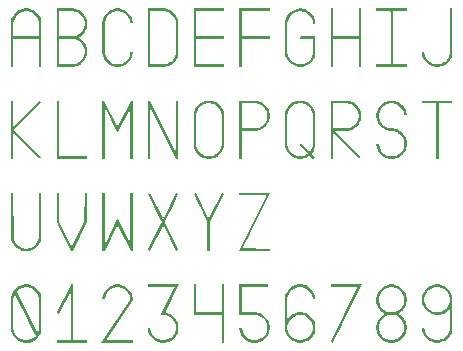
<source format=gbr>
%TF.GenerationSoftware,Novarm,DipTrace,4.3.0.6*%
%TF.CreationDate,2025-06-06T17:38:16+00:00*%
%FSLAX35Y35*%
%MOMM*%
%TF.FileFunction,Drawing,Top*%
%TF.Part,Single*%
G75*
G01*
%LPD*%
G36*
X117727Y2946776D2*
X87727Y2916776D1*
X81061Y2906776D1*
X74394Y2893443D1*
X67727Y2873443D1*
X64394Y2856776D1*
Y2476776D1*
X84394D1*
Y2710110D1*
X156616Y2713443D1*
X228839D1*
X301061Y2710110D1*
Y2476776D1*
X321061D1*
Y2863443D1*
X317727Y2876776D1*
X314394Y2886776D1*
X301061Y2913443D1*
X287727Y2930110D1*
X284394Y2933443D1*
X267727Y2946776D1*
X257727Y2953443D1*
X244394Y2960110D1*
X224394Y2966776D1*
X204394Y2970110D1*
X181061D1*
X161061Y2966776D1*
X141061Y2960110D1*
X127727Y2953443D1*
X117727Y2946776D1*
X181061D1*
X188839Y2950110D1*
X196616D1*
X204394Y2946776D1*
X224394Y2943443D1*
X234394Y2940110D1*
X254394Y2930110D1*
X284394Y2900110D1*
Y2896776D1*
X291061Y2883443D1*
X294394Y2873443D1*
X297727Y2860110D1*
X301061Y2856776D1*
Y2736776D1*
X228839Y2733443D1*
X156616D1*
X84394Y2736776D1*
Y2856776D1*
X87727Y2860110D1*
X91061Y2873443D1*
X94394Y2883443D1*
X97727Y2890110D1*
X104394Y2900110D1*
Y2903443D1*
X127727Y2926776D1*
X134394Y2930110D1*
X137727Y2933443D1*
X151061Y2940110D1*
X161061Y2943443D1*
X181061Y2946776D1*
X117727D1*
G37*
G36*
X451061Y2710110D2*
Y2476776D1*
X597727D1*
X614394Y2480110D1*
X624394Y2483443D1*
X644394Y2493443D1*
X654394Y2500110D1*
X684394Y2530110D1*
X691061Y2540110D1*
X701061Y2560110D1*
X704394Y2573443D1*
X707727Y2590110D1*
Y2620110D1*
X704394Y2636776D1*
X697727Y2656776D1*
X687727Y2676776D1*
X654394Y2710110D1*
X644394Y2716776D1*
X637727Y2720110D1*
X634394Y2723443D1*
X641061Y2726776D1*
X661061Y2740110D1*
X681061Y2760110D1*
X687727Y2770110D1*
X701061Y2796776D1*
X704394Y2806776D1*
X707727Y2826776D1*
Y2856776D1*
X704394Y2873443D1*
X697727Y2893443D1*
X691061Y2906776D1*
X684394Y2916776D1*
X654394Y2946776D1*
X644394Y2953443D1*
X631061Y2960110D1*
X611061Y2966776D1*
X591061Y2970110D1*
X451061D1*
Y2946776D1*
X471061D1*
X511061Y2950110D1*
X551061D1*
X591061Y2946776D1*
X611061Y2943443D1*
X621061Y2940110D1*
X641061Y2930110D1*
X671061Y2900110D1*
Y2896776D1*
X681061Y2876776D1*
X684394Y2863443D1*
X687727Y2860110D1*
Y2823443D1*
X684394Y2820110D1*
X681061Y2806776D1*
X677727Y2796776D1*
X674394Y2790110D1*
X667727Y2780110D1*
Y2776776D1*
X647727Y2756776D1*
X641061Y2753443D1*
X637727Y2750110D1*
X617727Y2740110D1*
X604394Y2736776D1*
X559950Y2733443D1*
X515505D1*
X471061Y2736776D1*
Y2946776D1*
X451061D1*
Y2710110D1*
X471061D1*
X514394Y2713443D1*
X557727D1*
X601061Y2710110D1*
X614394Y2706776D1*
X624394Y2703443D1*
X631061Y2700110D1*
X634394Y2696776D1*
X644394Y2690110D1*
X651061Y2686776D1*
X664394Y2673443D1*
Y2670110D1*
X674394Y2656776D1*
X677727Y2650110D1*
X681061Y2640110D1*
X684394Y2626776D1*
X687727Y2623443D1*
Y2586776D1*
X684394Y2583443D1*
X681061Y2570110D1*
X677727Y2560110D1*
X674394Y2553443D1*
X664394Y2540110D1*
Y2536776D1*
X651061Y2523443D1*
X644394Y2520110D1*
X634394Y2513443D1*
X614394Y2503443D1*
X597727Y2500110D1*
X555505Y2496776D1*
X513283D1*
X471061Y2500110D1*
Y2710110D1*
X451061D1*
G37*
G36*
X954394Y2970110D2*
X934394Y2966776D1*
X914394Y2960110D1*
X907727Y2956776D1*
X887727Y2943443D1*
X864394Y2920110D1*
X851061Y2900110D1*
X847727Y2893443D1*
X841061Y2873443D1*
X837727Y2856776D1*
Y2590110D1*
X841061Y2573443D1*
X847727Y2553443D1*
X854394Y2540110D1*
X861061Y2530110D1*
X891061Y2500110D1*
X901061Y2493443D1*
X921061Y2483443D1*
X931061Y2480110D1*
X947727Y2476776D1*
X984394D1*
X1001061Y2480110D1*
X1011061Y2483443D1*
X1031061Y2493443D1*
X1041061Y2500110D1*
X1071061Y2530110D1*
X1077727Y2540110D1*
X1087727Y2560110D1*
X1091061Y2573443D1*
X1094394Y2590110D1*
Y2603443D1*
X1074394D1*
X1071061Y2583443D1*
X1067727Y2570110D1*
X1064394Y2560110D1*
X1061061Y2553443D1*
X1051061Y2540110D1*
Y2536776D1*
X1037727Y2523443D1*
X1031061Y2520110D1*
X1021061Y2513443D1*
X1001061Y2503443D1*
X984394Y2500110D1*
X972172Y2496776D1*
X959950D1*
X947727Y2500110D1*
X931061Y2503443D1*
X904394Y2516776D1*
X874394Y2546776D1*
Y2550110D1*
X864394Y2570110D1*
X861061Y2586776D1*
X857727Y2590110D1*
Y2856776D1*
X861061Y2860110D1*
X864394Y2873443D1*
X867727Y2883443D1*
X871061Y2890110D1*
X877727Y2900110D1*
Y2903443D1*
X901061Y2926776D1*
X907727Y2930110D1*
X911061Y2933443D1*
X924394Y2940110D1*
X934394Y2943443D1*
X954394Y2946776D1*
X962172Y2950110D1*
X969950D1*
X977727Y2946776D1*
X997727Y2943443D1*
X1007727Y2940110D1*
X1027727Y2930110D1*
X1057727Y2900110D1*
Y2896776D1*
X1067727Y2876776D1*
X1071061Y2863443D1*
X1074394Y2843443D1*
X1094394D1*
Y2856776D1*
X1091061Y2873443D1*
X1084394Y2893443D1*
X1077727Y2906776D1*
X1071061Y2916776D1*
X1041061Y2946776D1*
X1031061Y2953443D1*
X1017727Y2960110D1*
X997727Y2966776D1*
X977727Y2970110D1*
X954394D1*
G37*
G36*
X1224394Y2946776D2*
Y2476776D1*
X1371061D1*
X1387727Y2480110D1*
X1397727Y2483443D1*
X1417727Y2493443D1*
X1427727Y2500110D1*
X1457727Y2530110D1*
X1464394Y2540110D1*
X1474394Y2560110D1*
X1477727Y2573443D1*
X1481061Y2590110D1*
Y2856776D1*
X1477727Y2873443D1*
X1471061Y2893443D1*
X1464394Y2906776D1*
X1457727Y2916776D1*
X1427727Y2946776D1*
X1417727Y2953443D1*
X1404394Y2960110D1*
X1384394Y2966776D1*
X1364394Y2970110D1*
X1224394D1*
Y2946776D1*
X1244394D1*
X1284394Y2950110D1*
X1324394D1*
X1364394Y2946776D1*
X1384394Y2943443D1*
X1394394Y2940110D1*
X1414394Y2930110D1*
X1444394Y2900110D1*
Y2896776D1*
X1454394Y2876776D1*
X1457727Y2863443D1*
X1461061Y2860110D1*
Y2586776D1*
X1457727Y2583443D1*
X1454394Y2570110D1*
X1451061Y2560110D1*
X1447727Y2553443D1*
X1437727Y2540110D1*
Y2536776D1*
X1424394Y2523443D1*
X1417727Y2520110D1*
X1407727Y2513443D1*
X1387727Y2503443D1*
X1371061Y2500110D1*
X1328839Y2496776D1*
X1286616D1*
X1244394Y2500110D1*
Y2946776D1*
X1224394D1*
G37*
G36*
X1611061Y2970110D2*
Y2476776D1*
X1867727D1*
Y2496776D1*
X1631061Y2500110D1*
Y2710110D1*
X1867727Y2713443D1*
Y2733443D1*
X1631061Y2736776D1*
Y2946776D1*
X1867727Y2950110D1*
Y2970110D1*
X1611061D1*
G37*
G36*
X1997727D2*
Y2476776D1*
X2017727D1*
Y2710110D1*
X2254394Y2713443D1*
Y2733443D1*
X2017727Y2736776D1*
Y2946776D1*
X2254394Y2950110D1*
Y2970110D1*
X1997727D1*
G37*
G36*
X2511061D2*
X2484394Y2966776D1*
X2464394Y2960110D1*
X2444394Y2950110D1*
X2431061Y2940110D1*
X2411061Y2920110D1*
X2404394Y2910110D1*
X2391061Y2883443D1*
X2387727Y2873443D1*
X2384394Y2856776D1*
Y2586776D1*
X2387727Y2570110D1*
X2391061Y2560110D1*
X2401061Y2540110D1*
X2407727Y2530110D1*
X2441061Y2496776D1*
X2457727Y2486776D1*
X2477727Y2480110D1*
X2491061Y2476776D1*
X2537727D1*
X2551061Y2480110D1*
X2567727Y2486776D1*
X2574394Y2490110D1*
X2584394Y2496776D1*
X2601061Y2510110D1*
X2607727Y2516776D1*
X2621061Y2533443D1*
X2634394Y2560110D1*
X2637727Y2570110D1*
X2641061Y2590110D1*
Y2730110D1*
X2637727Y2733443D1*
X2517727D1*
X2514394Y2730110D1*
Y2713443D1*
X2621061Y2710110D1*
Y2586776D1*
X2617727Y2583443D1*
X2614394Y2570110D1*
X2611061Y2560110D1*
X2607727Y2553443D1*
X2601061Y2543443D1*
Y2540110D1*
X2581061Y2520110D1*
X2574394Y2516776D1*
X2571061Y2513443D1*
X2557727Y2506776D1*
X2537727Y2500110D1*
X2521061Y2496776D1*
X2504394D1*
X2487727Y2500110D1*
X2467727Y2506776D1*
X2454394Y2513443D1*
X2447727Y2520110D1*
X2441061Y2523443D1*
X2427727Y2536776D1*
Y2540110D1*
X2414394Y2560110D1*
X2411061Y2570110D1*
X2407727Y2586776D1*
X2404394Y2590110D1*
Y2856776D1*
X2407727Y2860110D1*
X2411061Y2873443D1*
X2414394Y2883443D1*
X2417727Y2890110D1*
X2424394Y2900110D1*
Y2903443D1*
X2444394Y2923443D1*
X2451061Y2926776D1*
X2454394Y2930110D1*
X2474394Y2940110D1*
X2484394Y2943443D1*
X2503283Y2946776D1*
X2522172D1*
X2541061Y2943443D1*
X2561061Y2936776D1*
X2567727Y2933443D1*
X2571061Y2930110D1*
X2577727Y2926776D1*
X2604394Y2900110D1*
Y2896776D1*
X2614394Y2876776D1*
X2617727Y2863443D1*
X2621061Y2840110D1*
X2637727D1*
X2641061Y2843443D1*
Y2856776D1*
X2637727Y2873443D1*
X2631061Y2893443D1*
X2627727Y2900110D1*
X2614394Y2920110D1*
X2591061Y2943443D1*
X2581061Y2950110D1*
X2554394Y2963443D1*
X2541061Y2966776D1*
X2514394Y2970110D1*
X2511061D1*
G37*
G36*
X2771061D2*
Y2476776D1*
X2791061D1*
Y2710110D1*
X2863283Y2713443D1*
X2935505D1*
X3007727Y2710110D1*
Y2476776D1*
X3027727D1*
Y2970110D1*
X3007727D1*
Y2736776D1*
X2935505Y2733443D1*
X2863283D1*
X2791061Y2736776D1*
Y2970110D1*
X2771061D1*
G37*
G36*
X3157727D2*
Y2950110D1*
X3274394Y2946776D1*
X3277727Y2943443D1*
Y2500110D1*
X3157727Y2496776D1*
Y2476776D1*
X3414394D1*
Y2496776D1*
X3297727Y2500110D1*
Y2946776D1*
X3414394Y2950110D1*
Y2970110D1*
X3157727D1*
G37*
G36*
X3781061D2*
Y2586776D1*
X3777727Y2583443D1*
X3774394Y2570110D1*
X3771061Y2560110D1*
X3767727Y2553443D1*
X3757727Y2540110D1*
Y2536776D1*
X3744394Y2523443D1*
X3737727Y2520110D1*
X3727727Y2513443D1*
X3707727Y2503443D1*
X3691061Y2500110D1*
X3678839Y2496776D1*
X3666616D1*
X3654394Y2500110D1*
X3637727Y2503443D1*
X3611061Y2516776D1*
X3581061Y2546776D1*
Y2550110D1*
X3571061Y2570110D1*
X3564394Y2603443D1*
X3544394D1*
Y2590110D1*
X3547727Y2573443D1*
X3554394Y2553443D1*
X3561061Y2540110D1*
X3567727Y2530110D1*
X3597727Y2500110D1*
X3607727Y2493443D1*
X3627727Y2483443D1*
X3637727Y2480110D1*
X3654394Y2476776D1*
X3691061D1*
X3707727Y2480110D1*
X3717727Y2483443D1*
X3737727Y2493443D1*
X3747727Y2500110D1*
X3777727Y2530110D1*
X3784394Y2540110D1*
X3794394Y2560110D1*
X3797727Y2573443D1*
X3801061Y2590110D1*
Y2970110D1*
X3781061D1*
G37*
G36*
X64394Y2190110D2*
Y1696776D1*
X84394D1*
Y1910110D1*
X87956Y1912335D1*
X91061Y1913443D1*
X304394Y1700110D1*
X307727D1*
X317727Y1710110D1*
Y1713443D1*
X91061Y1940110D1*
Y1943443D1*
X321061Y2173443D1*
X307727Y2186776D1*
X304394D1*
X91061Y1973443D1*
X87526Y1969823D1*
X85800Y1970364D1*
X84394Y1973443D1*
Y2190110D1*
X64394D1*
G37*
G36*
X451061D2*
Y1696776D1*
X707727D1*
Y1716776D1*
X471061Y1720110D1*
Y2190110D1*
X451061D1*
G37*
G36*
X837727D2*
Y1696776D1*
X857727D1*
Y2123443D1*
X860217Y2125584D1*
X861944Y2125389D1*
X864236Y2123111D1*
X866023Y2120045D1*
X964394Y1923443D1*
X967727Y1920110D1*
X1067727Y2120110D1*
X1068272Y2122688D1*
X1070316Y2125420D1*
X1071959Y2125342D1*
X1074394Y2123443D1*
Y1696776D1*
X1094394D1*
Y2190110D1*
X1077727D1*
X971061Y1976776D1*
X969848Y1972678D1*
X966300Y1969839D1*
X963282Y1970367D1*
X959950Y1974264D1*
X961061Y1976776D1*
X854394Y2190110D1*
X837727D1*
G37*
G36*
X1224394D2*
Y1696776D1*
X1244394D1*
Y2123443D1*
X1246884Y2125584D1*
X1248611Y2125389D1*
X1250903Y2123111D1*
X1252690Y2120045D1*
X1464394Y1696776D1*
X1481061D1*
Y2190110D1*
X1461061D1*
Y1760110D1*
X1457526Y1756489D1*
X1455809Y1757024D1*
X1453668Y1760694D1*
X1454394Y1763443D1*
X1241061Y2190110D1*
X1224394D1*
G37*
G36*
X1667727Y2166776D2*
X1661061Y2163443D1*
X1637727Y2140110D1*
X1624394Y2120110D1*
X1621061Y2113443D1*
X1614394Y2093443D1*
X1611061Y2076776D1*
Y1810110D1*
X1614394Y1793443D1*
X1621061Y1773443D1*
X1627727Y1760110D1*
X1634394Y1750110D1*
X1664394Y1720110D1*
X1674394Y1713443D1*
X1694394Y1703443D1*
X1704394Y1700110D1*
X1721061Y1696776D1*
X1757727D1*
X1774394Y1700110D1*
X1784394Y1703443D1*
X1804394Y1713443D1*
X1814394Y1720110D1*
X1844394Y1750110D1*
X1851061Y1760110D1*
X1861061Y1780110D1*
X1864394Y1793443D1*
X1867727Y1810110D1*
Y2076776D1*
X1864394Y2093443D1*
X1857727Y2113443D1*
X1851061Y2126776D1*
X1844394Y2136776D1*
X1814394Y2166776D1*
X1804394Y2173443D1*
X1791061Y2180110D1*
X1771061Y2186776D1*
X1751061Y2190110D1*
X1727727D1*
X1707727Y2186776D1*
X1687727Y2180110D1*
X1681061Y2176776D1*
X1671061Y2170110D1*
X1667727Y2166776D1*
X1727727D1*
X1735505Y2170110D1*
X1743283D1*
X1751061Y2166776D1*
X1771061Y2163443D1*
X1781061Y2160110D1*
X1801061Y2150110D1*
X1831061Y2120110D1*
Y2116776D1*
X1841061Y2096776D1*
X1844394Y2083443D1*
X1847727Y2080110D1*
Y1806776D1*
X1844394Y1803443D1*
X1841061Y1790110D1*
X1837727Y1780110D1*
X1834394Y1773443D1*
X1824394Y1760110D1*
Y1756776D1*
X1811061Y1743443D1*
X1804394Y1740110D1*
X1794394Y1733443D1*
X1774394Y1723443D1*
X1757727Y1720110D1*
X1745505Y1716776D1*
X1733283D1*
X1721061Y1720110D1*
X1704394Y1723443D1*
X1677727Y1736776D1*
X1647727Y1766776D1*
Y1770110D1*
X1637727Y1790110D1*
X1634394Y1806776D1*
X1631061Y1810110D1*
Y2076776D1*
X1634394Y2080110D1*
X1637727Y2093443D1*
X1641061Y2103443D1*
X1644394Y2110110D1*
X1651061Y2120110D1*
Y2123443D1*
X1674394Y2146776D1*
X1681061Y2150110D1*
X1684394Y2153443D1*
X1697727Y2160110D1*
X1707727Y2163443D1*
X1727727Y2166776D1*
X1667727D1*
G37*
G36*
X1997727D2*
Y1696776D1*
X2017727D1*
Y1930110D1*
X2151061Y1933443D1*
X2164394Y1936776D1*
X2174394Y1940110D1*
X2187727Y1946776D1*
X2197727Y1953443D1*
X2211061Y1963443D1*
X2224394Y1976776D1*
X2234394Y1990110D1*
X2247727Y2016776D1*
X2251061Y2026776D1*
X2254394Y2043443D1*
Y2076776D1*
X2251061Y2093443D1*
X2244394Y2113443D1*
X2237727Y2126776D1*
X2231061Y2136776D1*
X2201061Y2166776D1*
X2191061Y2173443D1*
X2177727Y2180110D1*
X2157727Y2186776D1*
X2137727Y2190110D1*
X1997727D1*
Y2166776D1*
X2017727D1*
X2057727Y2170110D1*
X2097727D1*
X2137727Y2166776D1*
X2157727Y2163443D1*
X2167727Y2160110D1*
X2187727Y2150110D1*
X2217727Y2120110D1*
Y2116776D1*
X2227727Y2096776D1*
X2231061Y2083443D1*
X2234394Y2080110D1*
Y2043443D1*
X2231061Y2040110D1*
X2227727Y2026776D1*
X2224394Y2016776D1*
X2221061Y2010110D1*
X2214394Y2000110D1*
Y1996776D1*
X2194394Y1976776D1*
X2187727Y1973443D1*
X2184394Y1970110D1*
X2164394Y1960110D1*
X2151061Y1956776D1*
X2106616Y1953443D1*
X2062172D1*
X2017727Y1956776D1*
Y2166776D1*
X1997727D1*
G37*
G36*
X2437727D2*
X2407727Y2136776D1*
X2401061Y2126776D1*
X2394394Y2113443D1*
X2387727Y2093443D1*
X2384394Y2076776D1*
Y1810110D1*
X2387727Y1793443D1*
X2391061Y1780110D1*
X2401061Y1760110D1*
X2407727Y1750110D1*
X2437727Y1720110D1*
X2447727Y1713443D1*
X2467727Y1703443D1*
X2477727Y1700110D1*
X2494394Y1696776D1*
X2531061D1*
X2544394Y1700110D1*
X2564394Y1706776D1*
X2571061Y1710110D1*
X2591061Y1723443D1*
X2593550Y1725584D1*
X2595278Y1725389D1*
X2597727Y1723443D1*
X2624394Y1696776D1*
X2637727Y1710110D1*
Y1713443D1*
X2611061Y1740110D1*
X2611709Y1742473D1*
X2614394Y1746776D1*
X2627727Y1766776D1*
X2631061Y1773443D1*
X2637727Y1793443D1*
X2641061Y1810110D1*
Y2076776D1*
X2637727Y2093443D1*
X2631061Y2113443D1*
X2624394Y2126776D1*
X2617727Y2136776D1*
X2587727Y2166776D1*
X2577727Y2173443D1*
X2564394Y2180110D1*
X2544394Y2186776D1*
X2524394Y2190110D1*
X2501061D1*
X2481061Y2186776D1*
X2461061Y2180110D1*
X2447727Y2173443D1*
X2437727Y2166776D1*
X2501061D1*
X2508839Y2170110D1*
X2516616D1*
X2524394Y2166776D1*
X2544394Y2163443D1*
X2554394Y2160110D1*
X2567727Y2153443D1*
X2571061Y2150110D1*
X2577727Y2146776D1*
X2601061Y2123443D1*
Y2120110D1*
X2607727Y2110110D1*
X2611061Y2103443D1*
X2614394Y2093443D1*
X2617727Y2080110D1*
X2621061Y2076776D1*
Y1810110D1*
X2617727Y1806776D1*
X2614394Y1793443D1*
X2611061Y1783443D1*
X2607727Y1776776D1*
X2601061Y1766776D1*
X2599380Y1763434D1*
X2597445Y1759953D1*
X2594188Y1756481D1*
X2592472Y1757030D1*
X2591061Y1760110D1*
X2521061Y1830110D1*
X2517727D1*
X2507727Y1816776D1*
Y1813443D1*
X2554394Y1766776D1*
X2561061Y1763443D1*
X2581061Y1743443D1*
X2574394Y1736776D1*
X2554394Y1726776D1*
X2544394Y1723443D1*
X2531061Y1720110D1*
X2518839Y1716776D1*
X2506616D1*
X2494394Y1720110D1*
X2471061Y1726776D1*
X2461061Y1730110D1*
X2457727Y1733443D1*
X2447727Y1740110D1*
X2441061Y1743443D1*
X2427727Y1756776D1*
Y1760110D1*
X2417727Y1773443D1*
X2414394Y1780110D1*
X2411061Y1790110D1*
X2407727Y1803443D1*
X2404394Y1806776D1*
Y2080110D1*
X2407727Y2083443D1*
X2411061Y2096776D1*
X2414394Y2106776D1*
X2421061Y2116776D1*
Y2120110D1*
X2451061Y2150110D1*
X2471061Y2160110D1*
X2481061Y2163443D1*
X2501061Y2166776D1*
X2437727D1*
G37*
G36*
X2771061D2*
Y1696776D1*
X2791061D1*
Y1910110D1*
X2794623Y1912335D1*
X2797727Y1913443D1*
X3011061Y1700110D1*
X3014394D1*
X3024394Y1710110D1*
Y1713443D1*
X2811061Y1926776D1*
Y1930110D1*
X2924394Y1933443D1*
X2937727Y1936776D1*
X2947727Y1940110D1*
X2961061Y1946776D1*
X2971061Y1953443D1*
X2984394Y1963443D1*
X2997727Y1976776D1*
X3007727Y1990110D1*
X3021061Y2016776D1*
X3024394Y2026776D1*
X3027727Y2043443D1*
Y2076776D1*
X3024394Y2093443D1*
X3017727Y2113443D1*
X3011061Y2126776D1*
X3004394Y2136776D1*
X2974394Y2166776D1*
X2964394Y2173443D1*
X2951061Y2180110D1*
X2931061Y2186776D1*
X2911061Y2190110D1*
X2771061D1*
Y2166776D1*
X2791061D1*
X2831061Y2170110D1*
X2871061D1*
X2911061Y2166776D1*
X2931061Y2163443D1*
X2941061Y2160110D1*
X2961061Y2150110D1*
X2991061Y2120110D1*
Y2116776D1*
X3001061Y2096776D1*
X3004394Y2083443D1*
X3007727Y2080110D1*
Y2043443D1*
X3004394Y2040110D1*
X3001061Y2026776D1*
X2997727Y2016776D1*
X2994394Y2010110D1*
X2987727Y2000110D1*
Y1996776D1*
X2967727Y1976776D1*
X2961061Y1973443D1*
X2957727Y1970110D1*
X2937727Y1960110D1*
X2924394Y1956776D1*
X2879950Y1953443D1*
X2835505D1*
X2791061Y1956776D1*
Y2166776D1*
X2771061D1*
G37*
G36*
X3274394Y2190110D2*
X3254394Y2186776D1*
X3234394Y2180110D1*
X3227727Y2176776D1*
X3207727Y2163443D1*
X3184394Y2140110D1*
X3171061Y2120110D1*
X3167727Y2110110D1*
X3164394Y2103443D1*
X3161061Y2090110D1*
X3157727Y2070110D1*
Y2050110D1*
X3161061Y2030110D1*
X3167727Y2010110D1*
X3174394Y1996776D1*
X3181061Y1986776D1*
X3214394Y1953443D1*
X3241061Y1940110D1*
X3251061Y1936776D1*
X3264394Y1933443D1*
X3307727Y1930110D1*
X3321061Y1926776D1*
X3331061Y1923443D1*
X3337727Y1920110D1*
X3341061Y1916776D1*
X3351061Y1910110D1*
X3357727Y1906776D1*
X3371061Y1893443D1*
Y1890110D1*
X3384394Y1870110D1*
X3387727Y1860110D1*
X3391061Y1846776D1*
X3394394Y1843443D1*
Y1806776D1*
X3391061Y1803443D1*
X3387727Y1790110D1*
X3384394Y1780110D1*
X3381061Y1773443D1*
X3371061Y1760110D1*
Y1756776D1*
X3357727Y1743443D1*
X3351061Y1740110D1*
X3341061Y1733443D1*
X3321061Y1723443D1*
X3304394Y1720110D1*
X3292172Y1716776D1*
X3279950D1*
X3267727Y1720110D1*
X3251061Y1723443D1*
X3224394Y1736776D1*
X3194394Y1766776D1*
Y1770110D1*
X3184394Y1790110D1*
X3177727Y1823443D1*
X3157727D1*
Y1813443D1*
X3161061Y1793443D1*
X3167727Y1773443D1*
X3174394Y1760110D1*
X3181061Y1750110D1*
X3211061Y1720110D1*
X3221061Y1713443D1*
X3241061Y1703443D1*
X3251061Y1700110D1*
X3267727Y1696776D1*
X3304394D1*
X3321061Y1700110D1*
X3341061Y1706776D1*
X3347727Y1710110D1*
X3357727Y1716776D1*
X3371061Y1726776D1*
X3384394Y1740110D1*
X3394394Y1753443D1*
X3401061Y1763443D1*
X3404394Y1770110D1*
X3411061Y1790110D1*
X3414394Y1803443D1*
Y1846776D1*
X3411061Y1860110D1*
X3407727Y1870110D1*
X3394394Y1896776D1*
X3384394Y1910110D1*
X3374394Y1920110D1*
X3357727Y1933443D1*
X3331061Y1946776D1*
X3317727Y1950110D1*
X3301061Y1953443D1*
X3261061Y1956776D1*
X3241061Y1963443D1*
X3227727Y1970110D1*
X3224394Y1973443D1*
X3217727Y1976776D1*
X3201061Y1993443D1*
Y1996776D1*
X3191061Y2010110D1*
X3187727Y2016776D1*
X3184394Y2026776D1*
X3181061Y2043443D1*
X3177727Y2046776D1*
Y2076776D1*
X3181061Y2080110D1*
X3184394Y2093443D1*
X3187727Y2103443D1*
X3191061Y2110110D1*
X3197727Y2120110D1*
Y2123443D1*
X3221061Y2146776D1*
X3227727Y2150110D1*
X3231061Y2153443D1*
X3237727Y2156776D1*
X3257727Y2163443D1*
X3276616Y2166776D1*
X3295505D1*
X3314394Y2163443D1*
X3334394Y2156776D1*
X3341061Y2153443D1*
X3344394Y2150110D1*
X3351061Y2146776D1*
X3377727Y2120110D1*
Y2116776D1*
X3387727Y2096776D1*
X3391061Y2083443D1*
X3394394Y2063443D1*
X3414394D1*
Y2083443D1*
X3411061Y2096776D1*
X3407727Y2106776D1*
X3394394Y2133443D1*
X3381061Y2150110D1*
X3377727Y2153443D1*
X3361061Y2166776D1*
X3351061Y2173443D1*
X3337727Y2180110D1*
X3317727Y2186776D1*
X3297727Y2190110D1*
X3274394D1*
G37*
G36*
X3544394D2*
Y2170110D1*
X3661061Y2166776D1*
X3664394Y2163443D1*
Y1696776D1*
X3684394D1*
Y2166776D1*
X3801061Y2170110D1*
Y2190110D1*
X3544394D1*
G37*
G36*
X64394Y1410110D2*
Y1030110D1*
X67727Y1013443D1*
X74394Y993443D1*
X81061Y980110D1*
X87727Y970110D1*
X117727Y940110D1*
X127727Y933443D1*
X147727Y923443D1*
X157727Y920110D1*
X174394Y916776D1*
X211061D1*
X227727Y920110D1*
X237727Y923443D1*
X257727Y933443D1*
X267727Y940110D1*
X297727Y970110D1*
X304394Y980110D1*
X314394Y1000110D1*
X317727Y1013443D1*
X321061Y1030110D1*
Y1410110D1*
X301061D1*
X297727Y1026776D1*
X294394Y1010110D1*
X284394Y990110D1*
X277727Y980110D1*
Y976776D1*
X264394Y963443D1*
X257727Y960110D1*
X247727Y953443D1*
X227727Y943443D1*
X211061Y940110D1*
X198839Y936776D1*
X186616D1*
X174394Y940110D1*
X157727Y943443D1*
X131061Y956776D1*
X101061Y986776D1*
Y990110D1*
X91061Y1010110D1*
X87727Y1026776D1*
X84394Y1410110D1*
X64394D1*
G37*
G36*
X451061D2*
Y1163443D1*
X461061Y1143443D1*
X464394Y1133443D1*
X571061Y920110D1*
X574394Y916776D1*
X584394D1*
X587727Y920110D1*
X707727Y1160110D1*
Y1410110D1*
X687727D1*
X684394Y1160110D1*
X584394Y960110D1*
X583181Y956011D1*
X579634Y953172D1*
X576616Y953701D1*
X573284Y957597D1*
X574394Y960110D1*
X474394Y1160110D1*
X471061Y1410110D1*
X451061D1*
G37*
G36*
X837727D2*
Y916776D1*
X854394D1*
X857727Y920110D1*
X962741Y1130088D1*
X964546Y1133167D1*
X966912Y1135529D1*
X968574Y1135291D1*
X970466Y1132547D1*
X971061Y1130110D1*
X1077727Y916776D1*
X1094394D1*
Y1410110D1*
X1074394D1*
Y980110D1*
X1070860Y976489D1*
X1069142Y977024D1*
X1067001Y980694D1*
X1067727Y983443D1*
X967727Y1183443D1*
X964394D1*
X864394Y983443D1*
X863548Y979510D1*
X860866Y976469D1*
X859140Y977030D1*
X857727Y980110D1*
Y1410110D1*
X837727D1*
G37*
G36*
X1997727D2*
Y1390110D1*
X2224394Y1386776D1*
Y1380110D1*
X2221061Y1376776D1*
X1991061Y916776D1*
X2254394D1*
Y936776D1*
X2027727Y940110D1*
X2028376Y942473D1*
X2031061Y946776D1*
X2087727Y1060110D1*
X2091061Y1070110D1*
X2261061Y1410110D1*
X1997727D1*
G37*
G36*
X1237727Y1406776D2*
X1231061Y1400110D1*
X1224394Y1396776D1*
X1337727Y1170110D1*
X1341061Y1166776D1*
Y1160110D1*
X1337727Y1156776D1*
X1224394Y930110D1*
X1227727Y926776D1*
X1241061Y916776D1*
X1244394Y920110D1*
X1349407Y1130088D1*
X1351212Y1133167D1*
X1353579Y1135529D1*
X1355240Y1135291D1*
X1357133Y1132547D1*
X1357727Y1130110D1*
X1464394Y916776D1*
X1477727Y926776D1*
X1481061Y930110D1*
X1367727Y1156776D1*
X1363774Y1160524D1*
X1364804Y1162750D1*
X1367727Y1166776D1*
X1441061Y1313443D1*
X1444394Y1323443D1*
X1481061Y1396776D1*
X1467727Y1406776D1*
X1464394D1*
X1461061Y1403443D1*
X1357727Y1196776D1*
X1356514Y1192678D1*
X1352967Y1189839D1*
X1349949Y1190367D1*
X1346617Y1194264D1*
X1347727Y1196776D1*
X1244394Y1403443D1*
X1241061Y1406776D1*
X1237727D1*
G37*
G36*
X1624394D2*
X1617727Y1400110D1*
X1611061Y1396776D1*
X1657727Y1303443D1*
X1661061Y1293443D1*
X1724394Y1166776D1*
X1727727Y916776D1*
X1747727D1*
X1751061Y1163443D1*
X1867727Y1396776D1*
X1854394Y1406776D1*
X1851061D1*
X1847727Y1403443D1*
X1744394Y1196776D1*
X1743181Y1192678D1*
X1739634Y1189839D1*
X1736616Y1190367D1*
X1733284Y1194264D1*
X1734394Y1196776D1*
X1631061Y1403443D1*
X1627727Y1406776D1*
X1624394D1*
G37*
G36*
X71061Y546776D2*
Y540110D1*
X67727Y536776D1*
X64394Y520110D1*
Y253443D1*
X67727Y236776D1*
X71061Y223443D1*
X81061Y203443D1*
X87727Y193443D1*
X117727Y163443D1*
X127727Y156776D1*
X147727Y146776D1*
X157727Y143443D1*
X174394Y140110D1*
X214394D1*
X241061Y146776D1*
X261061Y156776D1*
X271061Y163443D1*
X291061Y183443D1*
X304394Y203443D1*
X314394Y223443D1*
X317727Y233443D1*
X321061Y246776D1*
Y526776D1*
X317727Y540110D1*
X314394Y550110D1*
X301061Y576776D1*
X287727Y593443D1*
X284394Y596776D1*
X267727Y610110D1*
X257727Y616776D1*
X244394Y623443D1*
X224394Y630110D1*
X204394Y633443D1*
X181061D1*
X161061Y630110D1*
X141061Y623443D1*
X127727Y616776D1*
X117727Y610110D1*
X181061D1*
X188839Y613443D1*
X196616D1*
X204394Y610110D1*
X224394Y606776D1*
X234394Y603443D1*
X254394Y593443D1*
X284394Y563443D1*
Y560110D1*
X291061Y546776D1*
X294394Y536776D1*
X297727Y523443D1*
X301061Y520110D1*
Y253443D1*
X297727Y250110D1*
X294394Y236776D1*
X291061Y226776D1*
X290215Y222844D1*
X287533Y219802D1*
X285815Y220357D1*
X283666Y224028D1*
X284394Y226776D1*
X114394Y566776D1*
X110441Y570524D1*
X111061Y573443D1*
X127727Y590110D1*
X134394Y593443D1*
X137727Y596776D1*
X151061Y603443D1*
X161061Y606776D1*
X181061Y610110D1*
X117727D1*
X91061Y583443D1*
X84394Y573443D1*
X71061Y546776D1*
X94394D1*
X96884Y548917D1*
X98569Y548638D1*
X100466Y545881D1*
X101061Y543443D1*
X151061Y443443D1*
X157727Y433443D1*
X271061Y206776D1*
X274394Y203443D1*
Y196776D1*
X267727Y190110D1*
X261061Y186776D1*
X254394Y180110D1*
X227727Y166776D1*
X211061Y163443D1*
X198839Y160110D1*
X186616D1*
X174394Y163443D1*
X157727Y166776D1*
X131061Y180110D1*
X101061Y210110D1*
Y213443D1*
X91061Y233443D1*
X87727Y250110D1*
X84394Y253443D1*
Y520110D1*
X87727Y523443D1*
X91061Y536776D1*
X94394Y546776D1*
X71061D1*
G37*
G36*
X574394Y633443D2*
X571061Y630110D1*
X454394Y396776D1*
Y390110D1*
X467727Y383443D1*
X471061D1*
X474394Y386776D1*
X562741Y563421D1*
X564546Y566500D1*
X566912Y568863D1*
X568615Y568707D1*
X571061Y566776D1*
Y163443D1*
X451061Y160110D1*
Y140110D1*
X707727D1*
Y160110D1*
X591061Y163443D1*
Y633443D1*
X574394D1*
G37*
G36*
X954394D2*
X934394Y630110D1*
X914394Y623443D1*
X907727Y620110D1*
X887727Y606776D1*
X864394Y583443D1*
X851061Y563443D1*
X847727Y556776D1*
X841061Y536776D1*
X837727Y520110D1*
Y506776D1*
X857727D1*
X861061Y523443D1*
X864394Y536776D1*
X867727Y546776D1*
X871061Y553443D1*
X877727Y563443D1*
Y566776D1*
X901061Y590110D1*
X907727Y593443D1*
X911061Y596776D1*
X924394Y603443D1*
X934394Y606776D1*
X954394Y610110D1*
X962172Y613443D1*
X969950D1*
X977727Y610110D1*
X997727Y606776D1*
X1007727Y603443D1*
X1027727Y593443D1*
X1057727Y563443D1*
Y560110D1*
X1067727Y540110D1*
X1071061Y523443D1*
X1074394Y520110D1*
Y506776D1*
X1067727Y500110D1*
X827727Y140110D1*
X1094394D1*
Y160110D1*
X871061Y163443D1*
X871709Y165806D1*
X874394Y170110D1*
X1094394Y500110D1*
Y520110D1*
X1091061Y536776D1*
X1084394Y556776D1*
X1077727Y570110D1*
X1071061Y580110D1*
X1041061Y610110D1*
X1031061Y616776D1*
X1017727Y623443D1*
X997727Y630110D1*
X977727Y633443D1*
X954394D1*
G37*
G36*
X1224394D2*
Y613443D1*
X1451061Y610110D1*
Y603443D1*
X1447727Y600110D1*
X1337727Y380110D1*
Y376776D1*
X1367727Y373443D1*
X1384394Y370110D1*
X1394394Y366776D1*
X1414394Y356776D1*
X1417727Y353443D1*
X1424394Y350110D1*
X1437727Y336776D1*
Y333443D1*
X1447727Y320110D1*
X1451061Y313443D1*
X1454394Y303443D1*
X1457727Y290110D1*
X1461061Y286776D1*
Y250110D1*
X1457727Y246776D1*
X1454394Y233443D1*
X1451061Y223443D1*
X1447727Y216776D1*
X1437727Y203443D1*
Y200110D1*
X1424394Y186776D1*
X1417727Y183443D1*
X1407727Y176776D1*
X1387727Y166776D1*
X1371061Y163443D1*
X1358839Y160110D1*
X1346616D1*
X1334394Y163443D1*
X1317727Y166776D1*
X1291061Y180110D1*
X1261061Y210110D1*
Y213443D1*
X1251061Y233443D1*
X1244394Y266776D1*
X1224394D1*
Y253443D1*
X1227727Y236776D1*
X1234394Y216776D1*
X1241061Y203443D1*
X1247727Y193443D1*
X1277727Y163443D1*
X1287727Y156776D1*
X1307727Y146776D1*
X1317727Y143443D1*
X1334394Y140110D1*
X1371061D1*
X1387727Y143443D1*
X1397727Y146776D1*
X1417727Y156776D1*
X1427727Y163443D1*
X1457727Y193443D1*
X1464394Y203443D1*
X1474394Y223443D1*
X1477727Y236776D1*
X1481061Y253443D1*
Y283443D1*
X1477727Y300110D1*
X1474394Y313443D1*
X1464394Y333443D1*
X1457727Y343443D1*
X1427727Y373443D1*
X1417727Y380110D1*
X1404394Y386776D1*
X1384394Y393443D1*
X1371061Y396776D1*
Y403443D1*
X1374394Y406776D1*
X1487727Y633443D1*
X1224394D1*
G37*
G36*
X1611061D2*
Y376776D1*
X1847727Y373443D1*
Y140110D1*
X1867727D1*
Y633443D1*
X1847727D1*
Y400110D1*
X1775505Y396776D1*
X1703283D1*
X1631061Y400110D1*
Y633443D1*
X1611061D1*
G37*
G36*
X1997727D2*
Y376776D1*
X2141061Y373443D1*
X2157727Y370110D1*
X2167727Y366776D1*
X2187727Y356776D1*
X2191061Y353443D1*
X2197727Y350110D1*
X2211061Y336776D1*
Y333443D1*
X2221061Y320110D1*
X2224394Y313443D1*
X2227727Y303443D1*
X2231061Y290110D1*
X2234394Y286776D1*
Y250110D1*
X2231061Y246776D1*
X2227727Y233443D1*
X2224394Y223443D1*
X2221061Y216776D1*
X2211061Y203443D1*
Y200110D1*
X2197727Y186776D1*
X2191061Y183443D1*
X2181061Y176776D1*
X2161061Y166776D1*
X2144394Y163443D1*
X2132172Y160110D1*
X2119950D1*
X2107727Y163443D1*
X2091061Y166776D1*
X2064394Y180110D1*
X2034394Y210110D1*
Y213443D1*
X2024394Y233443D1*
X2017727Y266776D1*
X1997727D1*
Y253443D1*
X2001061Y236776D1*
X2007727Y216776D1*
X2014394Y203443D1*
X2021061Y193443D1*
X2051061Y163443D1*
X2061061Y156776D1*
X2081061Y146776D1*
X2091061Y143443D1*
X2107727Y140110D1*
X2144394D1*
X2161061Y143443D1*
X2171061Y146776D1*
X2191061Y156776D1*
X2201061Y163443D1*
X2231061Y193443D1*
X2237727Y203443D1*
X2247727Y223443D1*
X2251061Y236776D1*
X2254394Y253443D1*
Y283443D1*
X2251061Y300110D1*
X2247727Y313443D1*
X2237727Y333443D1*
X2231061Y343443D1*
X2201061Y373443D1*
X2191061Y380110D1*
X2171061Y390110D1*
X2157727Y393443D1*
X2141061Y396776D1*
X2017727Y400110D1*
Y610110D1*
X2241061Y613443D1*
Y633443D1*
X1997727D1*
G37*
G36*
X2384394Y343443D2*
Y253443D1*
X2387727Y236776D1*
X2391061Y223443D1*
X2401061Y203443D1*
X2407727Y193443D1*
X2437727Y163443D1*
X2447727Y156776D1*
X2461061Y150110D1*
X2481061Y143443D1*
X2497727Y140110D1*
X2527727D1*
X2544394Y143443D1*
X2564394Y150110D1*
X2577727Y156776D1*
X2587727Y163443D1*
X2617727Y193443D1*
X2624394Y203443D1*
X2634394Y223443D1*
X2637727Y236776D1*
X2641061Y253443D1*
Y283443D1*
X2637727Y303443D1*
X2634394Y313443D1*
X2621061Y340110D1*
X2607727Y356776D1*
X2597727Y366776D1*
X2584394Y376776D1*
X2557727Y390110D1*
X2547727Y393443D1*
X2534394Y396776D1*
X2491061D1*
X2477727Y393443D1*
X2457727Y386776D1*
X2451061Y383443D1*
X2431061Y370110D1*
X2417727Y356776D1*
X2411061Y346776D1*
X2407526Y343156D1*
X2405800Y343697D1*
X2404394Y346776D1*
Y523443D1*
X2407727Y526776D1*
X2411061Y540110D1*
X2414394Y550110D1*
X2427727Y570110D1*
Y573443D1*
X2437727Y583443D1*
X2444394Y586776D1*
X2451061Y593443D1*
X2477727Y606776D1*
X2494394Y610110D1*
X2506616Y613443D1*
X2518839D1*
X2531061Y610110D1*
X2547727Y606776D1*
X2574394Y593443D1*
X2604394Y563443D1*
Y560110D1*
X2611061Y546776D1*
X2614394Y536776D1*
X2617727Y523443D1*
X2621061Y506776D1*
X2641061D1*
Y520110D1*
X2637727Y536776D1*
X2631061Y556776D1*
X2624394Y570110D1*
X2617727Y580110D1*
X2587727Y610110D1*
X2577727Y616776D1*
X2557727Y626776D1*
X2547727Y630110D1*
X2531061Y633443D1*
X2494394D1*
X2477727Y630110D1*
X2467727Y626776D1*
X2447727Y616776D1*
X2437727Y610110D1*
X2407727Y580110D1*
X2401061Y570110D1*
X2394394Y556776D1*
X2387727Y536776D1*
X2384394Y520110D1*
Y343443D1*
X2434394D1*
X2447727Y353443D1*
X2457727Y360110D1*
X2477727Y370110D1*
X2494394Y373443D1*
X2507727Y376776D1*
X2521061D1*
X2547727Y370110D1*
X2574394Y356776D1*
X2604394Y326776D1*
Y323443D1*
X2611061Y310110D1*
X2614394Y300110D1*
X2617727Y286776D1*
X2621061Y283443D1*
Y253443D1*
X2617727Y250110D1*
X2614394Y236776D1*
X2611061Y226776D1*
X2604394Y213443D1*
Y210110D1*
X2574394Y180110D1*
X2547727Y166776D1*
X2531061Y163443D1*
X2518839Y160110D1*
X2506616D1*
X2494394Y163443D1*
X2477727Y166776D1*
X2451061Y180110D1*
X2447727Y183443D1*
X2441061Y186776D1*
X2427727Y200110D1*
Y203443D1*
X2417727Y216776D1*
X2414394Y223443D1*
X2411061Y233443D1*
X2407727Y246776D1*
X2404394Y250110D1*
Y286776D1*
X2407727Y290110D1*
X2411061Y303443D1*
X2414394Y313443D1*
X2417727Y320110D1*
X2427727Y333443D1*
X2434394Y343443D1*
X2384394D1*
G37*
G36*
X2771061Y633443D2*
Y613443D1*
X2997727Y610110D1*
Y603443D1*
X2994394Y600110D1*
X2771061Y153443D1*
X2774394Y150110D1*
X2787727Y140110D1*
X2791061Y143443D1*
X2864394Y290110D1*
X2867727Y300110D1*
X3034394Y633443D1*
X2771061D1*
G37*
G36*
X3211061Y373443D2*
X3181061Y343443D1*
X3174394Y333443D1*
X3167727Y320110D1*
X3161061Y300110D1*
X3157727Y283443D1*
Y253443D1*
X3161061Y236776D1*
X3164394Y223443D1*
X3174394Y203443D1*
X3181061Y193443D1*
X3211061Y163443D1*
X3221061Y156776D1*
X3241061Y146776D1*
X3251061Y143443D1*
X3267727Y140110D1*
X3304394D1*
X3321061Y143443D1*
X3331061Y146776D1*
X3351061Y156776D1*
X3361061Y163443D1*
X3391061Y193443D1*
X3397727Y203443D1*
X3407727Y223443D1*
X3411061Y236776D1*
X3414394Y253443D1*
Y283443D1*
X3411061Y300110D1*
X3404394Y320110D1*
X3397727Y333443D1*
X3391061Y343443D1*
X3364394Y370110D1*
X3354394Y376776D1*
X3341061Y383443D1*
X3337727Y386776D1*
X3357727Y396776D1*
X3371061Y406776D1*
X3381061Y416776D1*
X3391061Y430110D1*
X3397727Y440110D1*
X3407727Y460110D1*
X3411061Y473443D1*
X3414394Y490110D1*
Y520110D1*
X3411061Y536776D1*
X3404394Y556776D1*
X3397727Y570110D1*
X3391061Y580110D1*
X3361061Y610110D1*
X3351061Y616776D1*
X3337727Y623443D1*
X3317727Y630110D1*
X3297727Y633443D1*
X3274394D1*
X3254394Y630110D1*
X3234394Y623443D1*
X3221061Y616776D1*
X3211061Y610110D1*
X3274394D1*
X3282172Y613443D1*
X3289950D1*
X3297727Y610110D1*
X3317727Y606776D1*
X3327727Y603443D1*
X3341061Y596776D1*
X3344394Y593443D1*
X3351061Y590110D1*
X3374394Y566776D1*
Y563443D1*
X3381061Y553443D1*
X3384394Y546776D1*
X3387727Y536776D1*
X3391061Y523443D1*
X3394394Y520110D1*
Y490110D1*
X3391061Y486776D1*
X3387727Y470110D1*
X3377727Y450110D1*
X3371061Y440110D1*
Y436776D1*
X3357727Y423443D1*
X3351061Y420110D1*
X3344394Y413443D1*
X3331061Y406776D1*
X3311061Y400110D1*
X3294394Y396776D1*
X3277727D1*
X3261061Y400110D1*
X3247727Y403443D1*
X3227727Y413443D1*
X3224394Y416776D1*
X3217727Y420110D1*
X3197727Y440110D1*
Y443443D1*
X3191061Y453443D1*
X3184394Y466776D1*
X3181061Y480110D1*
X3177727Y483443D1*
Y523443D1*
X3181061Y526776D1*
X3184394Y540110D1*
X3187727Y550110D1*
X3194394Y560110D1*
Y563443D1*
X3224394Y593443D1*
X3244394Y603443D1*
X3254394Y606776D1*
X3274394Y610110D1*
X3211061D1*
X3181061Y580110D1*
X3174394Y570110D1*
X3167727Y556776D1*
X3161061Y536776D1*
X3157727Y520110D1*
Y486776D1*
X3164394Y460110D1*
X3174394Y440110D1*
X3187727Y420110D1*
X3204394Y403443D1*
X3224394Y390110D1*
X3231061Y386776D1*
X3227727Y383443D1*
X3221061Y380110D1*
X3211061Y373443D1*
X3264394D1*
X3277727Y376776D1*
X3291061D1*
X3304394Y373443D1*
X3321061Y370110D1*
X3347727Y356776D1*
X3377727Y326776D1*
Y323443D1*
X3384394Y310110D1*
X3387727Y300110D1*
X3391061Y286776D1*
X3394394Y283443D1*
Y253443D1*
X3391061Y250110D1*
X3387727Y236776D1*
X3384394Y226776D1*
X3377727Y213443D1*
Y210110D1*
X3347727Y180110D1*
X3321061Y166776D1*
X3304394Y163443D1*
X3292172Y160110D1*
X3279950D1*
X3267727Y163443D1*
X3244394Y170110D1*
X3234394Y173443D1*
X3231061Y176776D1*
X3221061Y183443D1*
X3214394Y186776D1*
X3201061Y200110D1*
Y203443D1*
X3191061Y216776D1*
X3187727Y223443D1*
X3184394Y233443D1*
X3181061Y246776D1*
X3177727Y250110D1*
Y286776D1*
X3181061Y290110D1*
X3184394Y303443D1*
X3187727Y313443D1*
X3191061Y320110D1*
X3201061Y333443D1*
Y336776D1*
X3214394Y350110D1*
X3221061Y353443D1*
X3231061Y360110D1*
X3234394Y363443D1*
X3241061Y366776D1*
X3251061Y370110D1*
X3264394Y373443D1*
X3211061D1*
G37*
G36*
X3597727Y610110D2*
X3567727Y580110D1*
X3561061Y570110D1*
X3551061Y550110D1*
X3547727Y536776D1*
X3544394Y520110D1*
Y490110D1*
X3547727Y470110D1*
X3551061Y460110D1*
X3561061Y440110D1*
X3567727Y430110D1*
X3601061Y396776D1*
X3627727Y383443D1*
X3637727Y380110D1*
X3651061Y376776D1*
X3694394D1*
X3707727Y380110D1*
X3727727Y386776D1*
X3734394Y390110D1*
X3744394Y396776D1*
X3761061Y410110D1*
X3774394Y426776D1*
X3776884Y428917D1*
X3778611Y428722D1*
X3781061Y426776D1*
Y253443D1*
X3777727Y250110D1*
X3774394Y236776D1*
X3771061Y226776D1*
X3764394Y213443D1*
Y210110D1*
X3734394Y180110D1*
X3714394Y170110D1*
X3704394Y166776D1*
X3684394Y163443D1*
X3675505Y160110D1*
X3666616D1*
X3657727Y163443D1*
X3641061Y166776D1*
X3631061Y170110D1*
X3611061Y180110D1*
X3607727Y183443D1*
X3601061Y186776D1*
X3587727Y200110D1*
Y203443D1*
X3577727Y216776D1*
X3574394Y223443D1*
X3571061Y233443D1*
X3567727Y246776D1*
X3564394Y266776D1*
X3544394D1*
Y253443D1*
X3547727Y236776D1*
X3551061Y223443D1*
X3561061Y203443D1*
X3567727Y193443D1*
X3597727Y163443D1*
X3607727Y156776D1*
X3621061Y150110D1*
X3641061Y143443D1*
X3657727Y140110D1*
X3687727D1*
X3704394Y143443D1*
X3724394Y150110D1*
X3737727Y156776D1*
X3747727Y163443D1*
X3777727Y193443D1*
X3784394Y203443D1*
X3794394Y223443D1*
X3797727Y236776D1*
X3801061Y253443D1*
Y520110D1*
X3797727Y536776D1*
X3791061Y556776D1*
X3784394Y570110D1*
X3777727Y580110D1*
X3747727Y610110D1*
X3737727Y616776D1*
X3724394Y623443D1*
X3704394Y630110D1*
X3684394Y633443D1*
X3661061D1*
X3641061Y630110D1*
X3621061Y623443D1*
X3607727Y616776D1*
X3597727Y610110D1*
X3654394D1*
X3666616Y613443D1*
X3678839D1*
X3691061Y610110D1*
X3704394Y606776D1*
X3714394Y603443D1*
X3734394Y593443D1*
X3764394Y563443D1*
Y560110D1*
X3771061Y546776D1*
X3774394Y536776D1*
X3777727Y523443D1*
X3781061Y520110D1*
Y490110D1*
X3777727Y486776D1*
X3774394Y473443D1*
X3771061Y463443D1*
X3764394Y450110D1*
X3754394Y436776D1*
Y433443D1*
X3747727Y426776D1*
X3741061Y423443D1*
X3727727Y413443D1*
X3707727Y403443D1*
X3694394Y400110D1*
X3679950Y396776D1*
X3665505D1*
X3651061Y400110D1*
X3637727Y403443D1*
X3627727Y406776D1*
X3614394Y413443D1*
X3607727Y420110D1*
X3601061Y423443D1*
X3587727Y436776D1*
Y440110D1*
X3577727Y453443D1*
X3574394Y460110D1*
X3567727Y480110D1*
X3564394Y483443D1*
Y523443D1*
X3567727Y526776D1*
X3571061Y540110D1*
X3574394Y550110D1*
X3577727Y556776D1*
X3587727Y570110D1*
Y573443D1*
X3601061Y586776D1*
X3607727Y590110D1*
X3617727Y596776D1*
X3637727Y606776D1*
X3654394Y610110D1*
X3597727D1*
G37*
M02*

</source>
